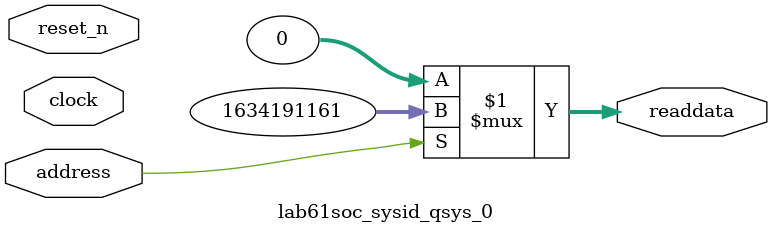
<source format=v>



// synthesis translate_off
`timescale 1ns / 1ps
// synthesis translate_on

// turn off superfluous verilog processor warnings 
// altera message_level Level1 
// altera message_off 10034 10035 10036 10037 10230 10240 10030 

module lab61soc_sysid_qsys_0 (
               // inputs:
                address,
                clock,
                reset_n,

               // outputs:
                readdata
             )
;

  output  [ 31: 0] readdata;
  input            address;
  input            clock;
  input            reset_n;

  wire    [ 31: 0] readdata;
  //control_slave, which is an e_avalon_slave
  assign readdata = address ? 1634191161 : 0;

endmodule



</source>
